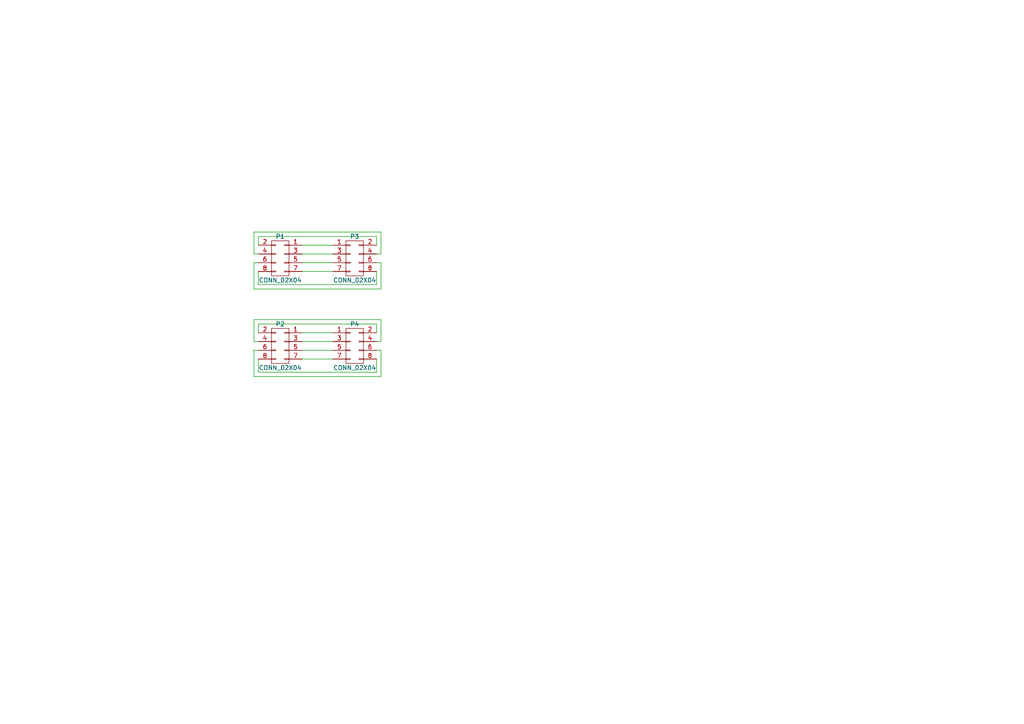
<source format=kicad_sch>
(kicad_sch (version 20230121) (generator eeschema)
  (paper "A4")
  (lib_symbols
    (symbol "miniPCB_8pinMolex-rescue:CONN_02X04" (pin_names (offset 0.0254) hide)
      (property "Reference" "P" (at 0 6.35 0))
      (property "Value" "CONN_02X04" (at 0 -6.35 0))
      (symbol "CONN_02X04_0_1"
        (rectangle (start -2.54 -3.683) (end -1.27 -3.937))
        (rectangle (start -2.54 -1.143) (end -1.27 -1.397))
        (rectangle (start -2.54 1.397) (end -1.27 1.143))
        (rectangle (start -2.54 3.937) (end -1.27 3.683))
        (rectangle (start -2.54 5.08) (end 2.54 -5.08))
        (rectangle (start 1.27 -3.683) (end 2.54 -3.937))
        (rectangle (start 1.27 -1.143) (end 2.54 -1.397))
        (rectangle (start 1.27 1.397) (end 2.54 1.143))
        (rectangle (start 1.27 3.937) (end 2.54 3.683))
      )
      (symbol "CONN_02X04_1_1"
        (pin passive line (at -6.35 3.81 0) (length 3.81) (name "P1") (number "1"))
        (pin passive line (at 6.35 3.81 180) (length 3.81) (name "P2") (number "2"))
        (pin passive line (at -6.35 1.27 0) (length 3.81) (name "P3") (number "3"))
        (pin passive line (at 6.35 1.27 180) (length 3.81) (name "P4") (number "4"))
        (pin passive line (at -6.35 -1.27 0) (length 3.81) (name "P5") (number "5"))
        (pin passive line (at 6.35 -1.27 180) (length 3.81) (name "P6") (number "6"))
        (pin passive line (at -6.35 -3.81 0) (length 3.81) (name "P7") (number "7"))
        (pin passive line (at 6.35 -3.81 180) (length 3.81) (name "P8") (number "8"))
      )
    )
  )
  (wire (pts (xy 73.66 99.06) (xy 74.93 99.06)))
  (wire (pts (xy 87.63 73.66) (xy 96.52 73.66)))
  (wire (pts (xy 74.93 82.55) (xy 109.22 82.55)))
  (wire (pts (xy 87.63 96.52) (xy 96.52 96.52)))
  (wire (pts (xy 110.49 67.31) (xy 110.49 73.66)))
  (wire (pts (xy 109.22 107.95) (xy 109.22 104.14)))
  (wire (pts (xy 74.93 93.98) (xy 109.22 93.98)))
  (wire (pts (xy 109.22 71.12) (xy 109.22 68.58)))
  (wire (pts (xy 110.49 99.06) (xy 110.49 92.71)))
  (wire (pts (xy 96.52 104.14) (xy 87.63 104.14)))
  (wire (pts (xy 73.66 92.71) (xy 73.66 99.06)))
  (wire (pts (xy 87.63 71.12) (xy 96.52 71.12)))
  (wire (pts (xy 109.22 99.06) (xy 110.49 99.06)))
  (wire (pts (xy 73.66 83.82) (xy 110.49 83.82)))
  (wire (pts (xy 73.66 76.2) (xy 73.66 83.82)))
  (wire (pts (xy 110.49 73.66) (xy 109.22 73.66)))
  (wire (pts (xy 110.49 83.82) (xy 110.49 76.2)))
  (wire (pts (xy 73.66 67.31) (xy 110.49 67.31)))
  (wire (pts (xy 96.52 99.06) (xy 87.63 99.06)))
  (wire (pts (xy 109.22 93.98) (xy 109.22 96.52)))
  (wire (pts (xy 87.63 101.6) (xy 96.52 101.6)))
  (wire (pts (xy 109.22 82.55) (xy 109.22 78.74)))
  (wire (pts (xy 109.22 101.6) (xy 110.49 101.6)))
  (wire (pts (xy 74.93 68.58) (xy 74.93 71.12)))
  (wire (pts (xy 74.93 78.74) (xy 74.93 82.55)))
  (wire (pts (xy 110.49 92.71) (xy 73.66 92.71)))
  (wire (pts (xy 110.49 101.6) (xy 110.49 109.22)))
  (wire (pts (xy 73.66 73.66) (xy 73.66 67.31)))
  (wire (pts (xy 74.93 107.95) (xy 109.22 107.95)))
  (wire (pts (xy 74.93 104.14) (xy 74.93 107.95)))
  (wire (pts (xy 87.63 76.2) (xy 96.52 76.2)))
  (wire (pts (xy 74.93 96.52) (xy 74.93 93.98)))
  (wire (pts (xy 73.66 109.22) (xy 73.66 101.6)))
  (wire (pts (xy 74.93 73.66) (xy 73.66 73.66)))
  (wire (pts (xy 73.66 101.6) (xy 74.93 101.6)))
  (wire (pts (xy 87.63 78.74) (xy 96.52 78.74)))
  (wire (pts (xy 109.22 68.58) (xy 74.93 68.58)))
  (wire (pts (xy 110.49 109.22) (xy 73.66 109.22)))
  (wire (pts (xy 110.49 76.2) (xy 109.22 76.2)))
  (wire (pts (xy 74.93 76.2) (xy 73.66 76.2)))
  (symbol (lib_id "miniPCB_8pinMolex-rescue:CONN_02X04") (at 81.28 74.93 0) (mirror y) (unit 1)
    (property "Reference" "P1" (at 81.28 68.58 0))
    (property "Value" "CONN_02X04" (at 81.28 81.28 0))
    (property "Footprint" "USST-footprints:Molex_MiniFit-JR-5569-08A2_2x04x4.20mm_Angled_Overhang" (effects hide))
  )
  (symbol (lib_id "miniPCB_8pinMolex-rescue:CONN_02X04") (at 102.87 74.93 0) (unit 1)
    (property "Reference" "P3" (at 102.87 68.58 0))
    (property "Value" "CONN_02X04" (at 102.87 81.28 0))
    (property "Footprint" "USST-footprints:Molex_MiniFit-JR-5569-08A2_2x04x4.20mm_Angled_Overhang" (effects hide))
  )
  (symbol (lib_id "miniPCB_8pinMolex-rescue:CONN_02X04") (at 81.28 100.33 0) (mirror y) (unit 1)
    (property "Reference" "P2" (at 81.28 93.98 0))
    (property "Value" "CONN_02X04" (at 81.28 106.68 0))
    (property "Footprint" "USST-footprints:Molex_MiniFit-JR-5569-08A2_2x04x4.20mm_Angled_Overhang" (effects hide))
  )
  (symbol (lib_id "miniPCB_8pinMolex-rescue:CONN_02X04") (at 102.87 100.33 0) (unit 1)
    (property "Reference" "P4" (at 102.87 93.98 0))
    (property "Value" "CONN_02X04" (at 102.87 106.68 0))
    (property "Footprint" "USST-footprints:Molex_MiniFit-JR-5569-08A2_2x04x4.20mm_Angled_Overhang" (effects hide))
  )
)
</source>
